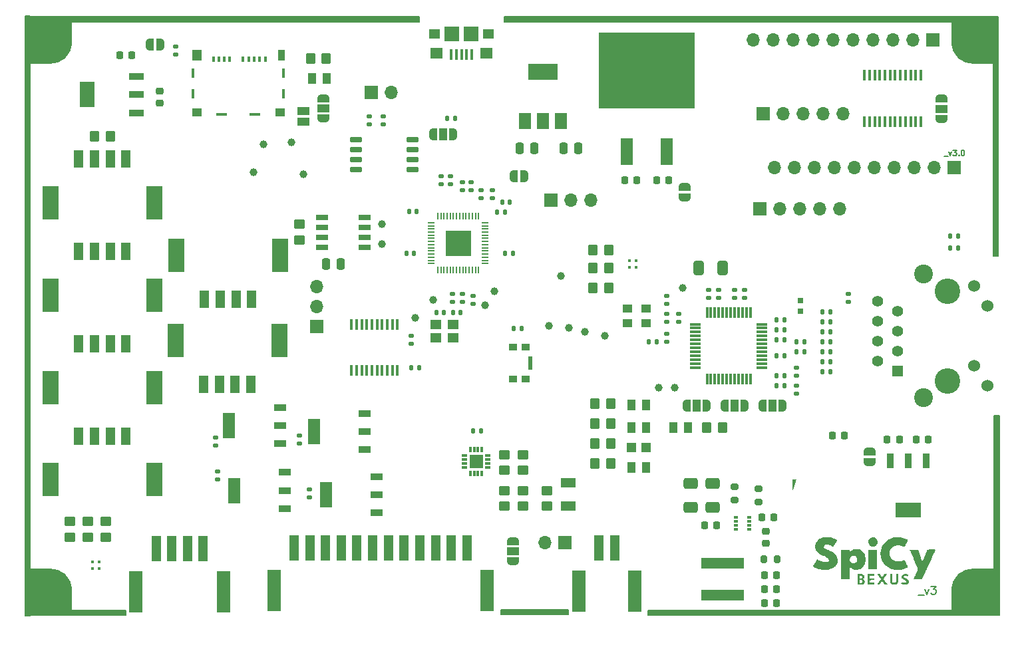
<source format=gbr>
%TF.GenerationSoftware,KiCad,Pcbnew,8.0.0*%
%TF.CreationDate,2024-03-13T17:22:47+01:00*%
%TF.ProjectId,BalloonMotherboardV3,42616c6c-6f6f-46e4-9d6f-74686572626f,rev?*%
%TF.SameCoordinates,Original*%
%TF.FileFunction,Soldermask,Top*%
%TF.FilePolarity,Negative*%
%FSLAX46Y46*%
G04 Gerber Fmt 4.6, Leading zero omitted, Abs format (unit mm)*
G04 Created by KiCad (PCBNEW 8.0.0) date 2024-03-13 17:22:47*
%MOMM*%
%LPD*%
G01*
G04 APERTURE LIST*
G04 Aperture macros list*
%AMRoundRect*
0 Rectangle with rounded corners*
0 $1 Rounding radius*
0 $2 $3 $4 $5 $6 $7 $8 $9 X,Y pos of 4 corners*
0 Add a 4 corners polygon primitive as box body*
4,1,4,$2,$3,$4,$5,$6,$7,$8,$9,$2,$3,0*
0 Add four circle primitives for the rounded corners*
1,1,$1+$1,$2,$3*
1,1,$1+$1,$4,$5*
1,1,$1+$1,$6,$7*
1,1,$1+$1,$8,$9*
0 Add four rect primitives between the rounded corners*
20,1,$1+$1,$2,$3,$4,$5,0*
20,1,$1+$1,$4,$5,$6,$7,0*
20,1,$1+$1,$6,$7,$8,$9,0*
20,1,$1+$1,$8,$9,$2,$3,0*%
%AMFreePoly0*
4,1,19,0.550000,-0.750000,0.000000,-0.750000,0.000000,-0.744911,-0.071157,-0.744911,-0.207708,-0.704816,-0.327430,-0.627875,-0.420627,-0.520320,-0.479746,-0.390866,-0.500000,-0.250000,-0.500000,0.250000,-0.479746,0.390866,-0.420627,0.520320,-0.327430,0.627875,-0.207708,0.704816,-0.071157,0.744911,0.000000,0.744911,0.000000,0.750000,0.550000,0.750000,0.550000,-0.750000,0.550000,-0.750000,
$1*%
%AMFreePoly1*
4,1,19,0.000000,0.744911,0.071157,0.744911,0.207708,0.704816,0.327430,0.627875,0.420627,0.520320,0.479746,0.390866,0.500000,0.250000,0.500000,-0.250000,0.479746,-0.390866,0.420627,-0.520320,0.327430,-0.627875,0.207708,-0.704816,0.071157,-0.744911,0.000000,-0.744911,0.000000,-0.750000,-0.550000,-0.750000,-0.550000,0.750000,0.000000,0.750000,0.000000,0.744911,0.000000,0.744911,
$1*%
%AMFreePoly2*
4,1,19,0.500000,-0.750000,0.000000,-0.750000,0.000000,-0.744911,-0.071157,-0.744911,-0.207708,-0.704816,-0.327430,-0.627875,-0.420627,-0.520320,-0.479746,-0.390866,-0.500000,-0.250000,-0.500000,0.250000,-0.479746,0.390866,-0.420627,0.520320,-0.327430,0.627875,-0.207708,0.704816,-0.071157,0.744911,0.000000,0.744911,0.000000,0.750000,0.500000,0.750000,0.500000,-0.750000,0.500000,-0.750000,
$1*%
%AMFreePoly3*
4,1,19,0.000000,0.744911,0.071157,0.744911,0.207708,0.704816,0.327430,0.627875,0.420627,0.520320,0.479746,0.390866,0.500000,0.250000,0.500000,-0.250000,0.479746,-0.390866,0.420627,-0.520320,0.327430,-0.627875,0.207708,-0.704816,0.071157,-0.744911,0.000000,-0.744911,0.000000,-0.750000,-0.500000,-0.750000,-0.500000,0.750000,0.000000,0.750000,0.000000,0.744911,0.000000,0.744911,
$1*%
G04 Aperture macros list end*
%ADD10C,0.150000*%
%ADD11C,0.000000*%
%ADD12RoundRect,0.140000X-0.170000X0.140000X-0.170000X-0.140000X0.170000X-0.140000X0.170000X0.140000X0*%
%ADD13R,1.500000X2.000000*%
%ADD14R,3.800000X2.000000*%
%ADD15RoundRect,0.225000X-0.250000X0.225000X-0.250000X-0.225000X0.250000X-0.225000X0.250000X0.225000X0*%
%ADD16FreePoly0,0.000000*%
%ADD17R,1.000000X1.500000*%
%ADD18FreePoly1,0.000000*%
%ADD19RoundRect,0.140000X-0.140000X-0.170000X0.140000X-0.170000X0.140000X0.170000X-0.140000X0.170000X0*%
%ADD20RoundRect,0.140000X0.140000X0.170000X-0.140000X0.170000X-0.140000X-0.170000X0.140000X-0.170000X0*%
%ADD21C,3.600000*%
%ADD22C,5.600000*%
%ADD23R,1.200000X3.200000*%
%ADD24R,1.700000X5.300000*%
%ADD25RoundRect,0.135000X0.135000X0.185000X-0.135000X0.185000X-0.135000X-0.185000X0.135000X-0.185000X0*%
%ADD26R,1.700000X1.700000*%
%ADD27O,1.700000X1.700000*%
%ADD28RoundRect,0.225000X-0.225000X-0.250000X0.225000X-0.250000X0.225000X0.250000X-0.225000X0.250000X0*%
%ADD29RoundRect,0.250000X-0.450000X0.350000X-0.450000X-0.350000X0.450000X-0.350000X0.450000X0.350000X0*%
%ADD30RoundRect,0.225000X0.225000X0.250000X-0.225000X0.250000X-0.225000X-0.250000X0.225000X-0.250000X0*%
%ADD31RoundRect,0.250000X-0.412500X-0.650000X0.412500X-0.650000X0.412500X0.650000X-0.412500X0.650000X0*%
%ADD32R,0.900000X1.850000*%
%ADD33R,3.200000X1.850000*%
%ADD34RoundRect,0.250000X0.350000X0.450000X-0.350000X0.450000X-0.350000X-0.450000X0.350000X-0.450000X0*%
%ADD35R,1.200000X2.200000*%
%ADD36R,2.000000X4.200000*%
%ADD37R,1.400000X1.200000*%
%ADD38R,1.600000X3.500000*%
%ADD39R,12.200000X9.750000*%
%ADD40RoundRect,0.250000X0.250000X0.475000X-0.250000X0.475000X-0.250000X-0.475000X0.250000X-0.475000X0*%
%ADD41C,1.000000*%
%ADD42RoundRect,0.200000X-0.275000X0.200000X-0.275000X-0.200000X0.275000X-0.200000X0.275000X0.200000X0*%
%ADD43RoundRect,0.140000X0.170000X-0.140000X0.170000X0.140000X-0.170000X0.140000X-0.170000X-0.140000X0*%
%ADD44RoundRect,0.250000X-0.350000X-0.450000X0.350000X-0.450000X0.350000X0.450000X-0.350000X0.450000X0*%
%ADD45FreePoly2,270.000000*%
%ADD46FreePoly3,270.000000*%
%ADD47FreePoly0,270.000000*%
%ADD48R,1.500000X1.000000*%
%ADD49FreePoly1,270.000000*%
%ADD50FreePoly0,180.000000*%
%ADD51FreePoly1,180.000000*%
%ADD52R,0.850000X0.200000*%
%ADD53R,0.200000X0.850000*%
%ADD54R,3.200000X3.200000*%
%ADD55RoundRect,0.250000X-0.250000X-0.475000X0.250000X-0.475000X0.250000X0.475000X-0.250000X0.475000X0*%
%ADD56R,0.400000X0.400000*%
%ADD57RoundRect,0.135000X0.185000X-0.135000X0.185000X0.135000X-0.185000X0.135000X-0.185000X-0.135000X0*%
%ADD58R,0.450000X1.475000*%
%ADD59RoundRect,0.250000X0.450000X-0.350000X0.450000X0.350000X-0.450000X0.350000X-0.450000X-0.350000X0*%
%ADD60C,3.250000*%
%ADD61R,1.400000X1.400000*%
%ADD62C,1.400000*%
%ADD63C,1.530000*%
%ADD64C,2.400000*%
%ADD65R,0.450000X0.700000*%
%ADD66R,1.300000X1.400000*%
%ADD67R,0.950000X1.400000*%
%ADD68R,0.400000X1.200000*%
%ADD69R,1.300000X1.000000*%
%ADD70R,1.400000X0.400000*%
%ADD71R,0.700000X0.650000*%
%ADD72RoundRect,0.135000X-0.185000X0.135000X-0.185000X-0.135000X0.185000X-0.135000X0.185000X0.135000X0*%
%ADD73RoundRect,0.135000X-0.135000X-0.185000X0.135000X-0.185000X0.135000X0.185000X-0.135000X0.185000X0*%
%ADD74RoundRect,0.200000X0.200000X0.275000X-0.200000X0.275000X-0.200000X-0.275000X0.200000X-0.275000X0*%
%ADD75RoundRect,0.200000X0.275000X-0.200000X0.275000X0.200000X-0.275000X0.200000X-0.275000X-0.200000X0*%
%ADD76R,1.000000X0.900000*%
%ADD77R,0.550000X1.700000*%
%ADD78R,1.850000X1.200000*%
%ADD79R,1.850000X0.900000*%
%ADD80R,1.850000X3.200000*%
%ADD81R,1.525000X0.650000*%
%ADD82R,1.000000X1.450000*%
%ADD83RoundRect,0.250000X-0.650000X0.412500X-0.650000X-0.412500X0.650000X-0.412500X0.650000X0.412500X0*%
%ADD84R,0.475000X0.300000*%
%ADD85FreePoly2,180.000000*%
%ADD86FreePoly3,180.000000*%
%ADD87R,1.500000X0.900000*%
%ADD88R,1.500000X3.200000*%
%ADD89R,1.475000X0.300000*%
%ADD90R,0.300000X1.475000*%
%ADD91R,0.400000X1.350000*%
%ADD92R,1.450000X1.300000*%
%ADD93R,1.600000X1.400000*%
%ADD94R,1.900000X1.900000*%
%ADD95R,5.500000X1.450000*%
%ADD96R,0.300000X0.800000*%
%ADD97R,0.800000X0.300000*%
%ADD98R,1.800000X1.800000*%
%ADD99R,1.300000X1.150000*%
%ADD100FreePoly2,0.000000*%
%ADD101FreePoly3,0.000000*%
%ADD102R,1.300000X1.100000*%
%ADD103RoundRect,0.150000X-0.650000X-0.150000X0.650000X-0.150000X0.650000X0.150000X-0.650000X0.150000X0*%
%ADD104FreePoly2,90.000000*%
%ADD105FreePoly3,90.000000*%
G04 APERTURE END LIST*
D10*
X46355000Y-99060000D02*
X96520000Y-99060000D01*
X96520000Y-99695000D01*
X46355000Y-99695000D01*
X46355000Y-99060000D01*
G36*
X46355000Y-99060000D02*
G01*
X96520000Y-99060000D01*
X96520000Y-99695000D01*
X46355000Y-99695000D01*
X46355000Y-99060000D01*
G37*
X125603000Y-174625000D02*
X170180000Y-174625000D01*
X170180000Y-175260000D01*
X125603000Y-175260000D01*
X125603000Y-174625000D01*
G36*
X125603000Y-174625000D02*
G01*
X170180000Y-174625000D01*
X170180000Y-175260000D01*
X125603000Y-175260000D01*
X125603000Y-174625000D01*
G37*
X107315000Y-99060000D02*
X170180000Y-99060000D01*
X170180000Y-99695000D01*
X107315000Y-99695000D01*
X107315000Y-99060000D01*
G36*
X107315000Y-99060000D02*
G01*
X170180000Y-99060000D01*
X170180000Y-99695000D01*
X107315000Y-99695000D01*
X107315000Y-99060000D01*
G37*
G36*
X46990000Y-99568000D02*
G01*
X52324000Y-99568000D01*
X52324000Y-102108000D01*
X46990000Y-102108000D01*
X46990000Y-99568000D01*
G37*
X106934000Y-174561500D02*
X115443000Y-174561500D01*
X115443000Y-175196500D01*
X106934000Y-175196500D01*
X106934000Y-174561500D01*
G36*
X106934000Y-174561500D02*
G01*
X115443000Y-174561500D01*
X115443000Y-175196500D01*
X106934000Y-175196500D01*
X106934000Y-174561500D01*
G37*
G36*
X46990000Y-103505000D02*
G01*
X49657000Y-103505000D01*
X49657000Y-105029000D01*
X46990000Y-105029000D01*
X46990000Y-103505000D01*
G37*
X46355000Y-98996500D02*
X46990000Y-98996500D01*
X46990000Y-175323500D01*
X46355000Y-175323500D01*
X46355000Y-98996500D01*
G36*
X46355000Y-98996500D02*
G01*
X46990000Y-98996500D01*
X46990000Y-175323500D01*
X46355000Y-175323500D01*
X46355000Y-98996500D01*
G37*
X169672000Y-149860000D02*
X170307000Y-149860000D01*
X170307000Y-175260000D01*
X169672000Y-175260000D01*
X169672000Y-149860000D01*
G36*
X169672000Y-149860000D02*
G01*
X170307000Y-149860000D01*
X170307000Y-175260000D01*
X169672000Y-175260000D01*
X169672000Y-149860000D01*
G37*
G36*
X166878000Y-169291000D02*
G01*
X169545000Y-169291000D01*
X169545000Y-170815000D01*
X166878000Y-170815000D01*
X166878000Y-169291000D01*
G37*
G36*
X164211000Y-99695000D02*
G01*
X165735000Y-99695000D01*
X165735000Y-102362000D01*
X164211000Y-102362000D01*
X164211000Y-99695000D01*
G37*
G36*
X46863000Y-169291000D02*
G01*
X49403000Y-169291000D01*
X49403000Y-174625000D01*
X46863000Y-174625000D01*
X46863000Y-169291000D01*
G37*
X46355000Y-174625000D02*
X59182000Y-174625000D01*
X59182000Y-175260000D01*
X46355000Y-175260000D01*
X46355000Y-174625000D01*
G36*
X46355000Y-174625000D02*
G01*
X59182000Y-174625000D01*
X59182000Y-175260000D01*
X46355000Y-175260000D01*
X46355000Y-174625000D01*
G37*
G36*
X167132000Y-99695000D02*
G01*
X169672000Y-99695000D01*
X169672000Y-105029000D01*
X167132000Y-105029000D01*
X167132000Y-99695000D01*
G37*
X169545000Y-99060000D02*
X170180000Y-99060000D01*
X170180000Y-129540000D01*
X169545000Y-129540000D01*
X169545000Y-99060000D01*
G36*
X169545000Y-99060000D02*
G01*
X170180000Y-99060000D01*
X170180000Y-129540000D01*
X169545000Y-129540000D01*
X169545000Y-99060000D01*
G37*
G36*
X50800000Y-171958000D02*
G01*
X52324000Y-171958000D01*
X52324000Y-174625000D01*
X50800000Y-174625000D01*
X50800000Y-171958000D01*
G37*
G36*
X164211000Y-172212000D02*
G01*
X169545000Y-172212000D01*
X169545000Y-174752000D01*
X164211000Y-174752000D01*
X164211000Y-172212000D01*
G37*
X159991684Y-172685057D02*
X160753588Y-172685057D01*
X160896446Y-171923152D02*
X161134541Y-172589819D01*
X161134541Y-172589819D02*
X161372636Y-171923152D01*
X161658351Y-171589819D02*
X162277398Y-171589819D01*
X162277398Y-171589819D02*
X161944065Y-171970771D01*
X161944065Y-171970771D02*
X162086922Y-171970771D01*
X162086922Y-171970771D02*
X162182160Y-172018390D01*
X162182160Y-172018390D02*
X162229779Y-172066009D01*
X162229779Y-172066009D02*
X162277398Y-172161247D01*
X162277398Y-172161247D02*
X162277398Y-172399342D01*
X162277398Y-172399342D02*
X162229779Y-172494580D01*
X162229779Y-172494580D02*
X162182160Y-172542200D01*
X162182160Y-172542200D02*
X162086922Y-172589819D01*
X162086922Y-172589819D02*
X161801208Y-172589819D01*
X161801208Y-172589819D02*
X161705970Y-172542200D01*
X161705970Y-172542200D02*
X161658351Y-172494580D01*
X163293684Y-116813200D02*
X163827017Y-116813200D01*
X163927017Y-116279866D02*
X164093683Y-116746533D01*
X164093683Y-116746533D02*
X164260350Y-116279866D01*
X164460350Y-116046533D02*
X164893683Y-116046533D01*
X164893683Y-116046533D02*
X164660350Y-116313200D01*
X164660350Y-116313200D02*
X164760350Y-116313200D01*
X164760350Y-116313200D02*
X164827016Y-116346533D01*
X164827016Y-116346533D02*
X164860350Y-116379866D01*
X164860350Y-116379866D02*
X164893683Y-116446533D01*
X164893683Y-116446533D02*
X164893683Y-116613200D01*
X164893683Y-116613200D02*
X164860350Y-116679866D01*
X164860350Y-116679866D02*
X164827016Y-116713200D01*
X164827016Y-116713200D02*
X164760350Y-116746533D01*
X164760350Y-116746533D02*
X164560350Y-116746533D01*
X164560350Y-116746533D02*
X164493683Y-116713200D01*
X164493683Y-116713200D02*
X164460350Y-116679866D01*
X165193683Y-116679866D02*
X165227017Y-116713200D01*
X165227017Y-116713200D02*
X165193683Y-116746533D01*
X165193683Y-116746533D02*
X165160350Y-116713200D01*
X165160350Y-116713200D02*
X165193683Y-116679866D01*
X165193683Y-116679866D02*
X165193683Y-116746533D01*
X165660350Y-116046533D02*
X165727016Y-116046533D01*
X165727016Y-116046533D02*
X165793683Y-116079866D01*
X165793683Y-116079866D02*
X165827016Y-116113200D01*
X165827016Y-116113200D02*
X165860350Y-116179866D01*
X165860350Y-116179866D02*
X165893683Y-116313200D01*
X165893683Y-116313200D02*
X165893683Y-116479866D01*
X165893683Y-116479866D02*
X165860350Y-116613200D01*
X165860350Y-116613200D02*
X165827016Y-116679866D01*
X165827016Y-116679866D02*
X165793683Y-116713200D01*
X165793683Y-116713200D02*
X165727016Y-116746533D01*
X165727016Y-116746533D02*
X165660350Y-116746533D01*
X165660350Y-116746533D02*
X165593683Y-116713200D01*
X165593683Y-116713200D02*
X165560350Y-116679866D01*
X165560350Y-116679866D02*
X165527016Y-116613200D01*
X165527016Y-116613200D02*
X165493683Y-116479866D01*
X165493683Y-116479866D02*
X165493683Y-116313200D01*
X165493683Y-116313200D02*
X165527016Y-116179866D01*
X165527016Y-116179866D02*
X165560350Y-116113200D01*
X165560350Y-116113200D02*
X165593683Y-116079866D01*
X165593683Y-116079866D02*
X165660350Y-116046533D01*
D11*
%TO.C,G\u002A\u002A\u002A*%
G36*
X145552617Y-177022074D02*
G01*
X145542408Y-177032283D01*
X145532199Y-177022074D01*
X145542408Y-177011865D01*
X145552617Y-177022074D01*
G37*
G36*
X145634289Y-177185418D02*
G01*
X145624080Y-177195627D01*
X145613871Y-177185418D01*
X145624080Y-177175209D01*
X145634289Y-177185418D01*
G37*
G36*
X145634289Y-177348762D02*
G01*
X145624080Y-177358971D01*
X145613871Y-177348762D01*
X145624080Y-177338553D01*
X145634289Y-177348762D01*
G37*
G36*
X145749991Y-177345359D02*
G01*
X145747188Y-177357497D01*
X145736379Y-177358971D01*
X145719573Y-177351500D01*
X145722767Y-177345359D01*
X145746998Y-177342915D01*
X145749991Y-177345359D01*
G37*
G36*
X154781556Y-168170868D02*
G01*
X154781556Y-169416366D01*
X154240479Y-169416366D01*
X153699402Y-169416366D01*
X153699402Y-168170868D01*
X153699402Y-166925369D01*
X154240479Y-166925369D01*
X154781556Y-166925369D01*
X154781556Y-168170868D01*
G37*
G36*
X144356533Y-157983722D02*
G01*
X144429469Y-157987625D01*
X144476852Y-157993369D01*
X144490881Y-157999262D01*
X144484761Y-158027494D01*
X144467612Y-158088793D01*
X144441252Y-158177462D01*
X144407500Y-158287805D01*
X144368171Y-158414126D01*
X144325085Y-158550729D01*
X144280059Y-158691917D01*
X144234910Y-158831994D01*
X144191456Y-158965264D01*
X144151514Y-159086031D01*
X144116903Y-159188598D01*
X144089440Y-159267269D01*
X144070942Y-159316348D01*
X144069547Y-159319662D01*
X144062435Y-159330995D01*
X144056675Y-159326238D01*
X144052126Y-159302076D01*
X144048647Y-159255194D01*
X144046099Y-159182277D01*
X144044341Y-159080009D01*
X144043231Y-158945077D01*
X144042629Y-158774165D01*
X144042484Y-158681599D01*
X144041685Y-157982283D01*
X144266283Y-157982283D01*
X144356533Y-157983722D01*
G37*
G36*
X154457637Y-165389932D02*
G01*
X154592487Y-165457387D01*
X154707138Y-165559532D01*
X154799536Y-165694944D01*
X154804522Y-165704473D01*
X154842158Y-165816261D01*
X154853681Y-165944500D01*
X154839441Y-166074540D01*
X154799784Y-166191727D01*
X154792635Y-166205520D01*
X154697535Y-166340061D01*
X154575557Y-166444003D01*
X154519575Y-166476762D01*
X154441099Y-166504515D01*
X154339259Y-166522800D01*
X154230787Y-166529878D01*
X154132418Y-166524010D01*
X154107762Y-166519550D01*
X154006145Y-166486054D01*
X153915138Y-166429204D01*
X153823182Y-166341643D01*
X153816235Y-166333977D01*
X153726029Y-166205962D01*
X153674277Y-166068161D01*
X153661137Y-165924972D01*
X153686770Y-165780795D01*
X153751337Y-165640030D01*
X153788960Y-165584511D01*
X153894634Y-165474229D01*
X154019698Y-165399731D01*
X154162910Y-165361561D01*
X154304645Y-165358588D01*
X154457637Y-165389932D01*
G37*
G36*
X154414032Y-170140613D02*
G01*
X154414032Y-170252319D01*
X154143493Y-170258016D01*
X153872955Y-170263713D01*
X153866991Y-170421953D01*
X153861028Y-170580192D01*
X154137530Y-170580192D01*
X154414032Y-170580192D01*
X154414032Y-170691899D01*
X154414032Y-170803605D01*
X154143493Y-170809302D01*
X153872955Y-170815000D01*
X153866991Y-170973239D01*
X153861028Y-171131479D01*
X154137530Y-171131479D01*
X154414032Y-171131479D01*
X154414032Y-171243778D01*
X154414032Y-171356077D01*
X154006877Y-171356077D01*
X153873703Y-171355135D01*
X153759819Y-171352477D01*
X153670608Y-171348350D01*
X153611454Y-171343005D01*
X153587740Y-171336690D01*
X153587735Y-171336682D01*
X153584887Y-171312189D01*
X153582469Y-171251925D01*
X153580551Y-171160953D01*
X153579200Y-171044339D01*
X153578486Y-170907144D01*
X153578476Y-170754434D01*
X153578760Y-170673096D01*
X153581772Y-170028906D01*
X153997902Y-170028906D01*
X154414032Y-170028906D01*
X154414032Y-170140613D01*
G37*
G36*
X156700059Y-170488478D02*
G01*
X156701825Y-170667789D01*
X156705600Y-170807918D01*
X156711470Y-170910473D01*
X156719517Y-170977063D01*
X156726878Y-171004033D01*
X156764357Y-171067879D01*
X156813639Y-171106872D01*
X156884467Y-171126128D01*
X156968223Y-171130799D01*
X157040399Y-171127942D01*
X157098154Y-171115890D01*
X157143068Y-171090632D01*
X157176722Y-171048155D01*
X157200697Y-170984448D01*
X157216573Y-170895499D01*
X157225931Y-170777297D01*
X157230350Y-170625830D01*
X157231409Y-170462789D01*
X157231717Y-170028906D01*
X157365770Y-170028906D01*
X157499822Y-170028906D01*
X157491978Y-170513834D01*
X157487796Y-170699630D01*
X157481863Y-170851730D01*
X157474295Y-170968190D01*
X157465207Y-171047067D01*
X157458416Y-171077645D01*
X157425918Y-171141040D01*
X157372457Y-171210372D01*
X157308442Y-171275029D01*
X157244284Y-171324398D01*
X157193999Y-171347211D01*
X157138752Y-171363145D01*
X157104381Y-171377728D01*
X157051460Y-171391530D01*
X156973415Y-171394805D01*
X156884395Y-171388219D01*
X156798549Y-171372439D01*
X156762103Y-171361612D01*
X156705884Y-171340208D01*
X156667867Y-171322426D01*
X156660013Y-171316812D01*
X156636847Y-171297522D01*
X156598758Y-171271428D01*
X156562163Y-171235691D01*
X156520031Y-171176838D01*
X156490131Y-171124104D01*
X156475222Y-171094281D01*
X156463006Y-171067081D01*
X156453238Y-171038315D01*
X156445676Y-171003796D01*
X156440077Y-170959336D01*
X156436199Y-170900749D01*
X156433798Y-170823847D01*
X156432631Y-170724442D01*
X156432457Y-170598347D01*
X156433031Y-170441374D01*
X156434111Y-170249336D01*
X156434601Y-170166728D01*
X156435414Y-170028906D01*
X156566828Y-170028906D01*
X156698242Y-170028906D01*
X156700059Y-170488478D01*
G37*
G36*
X158533708Y-170029732D02*
G01*
X158634465Y-170052572D01*
X158676291Y-170068124D01*
X158734028Y-170094512D01*
X158772945Y-170113852D01*
X158783485Y-170120730D01*
X158773578Y-170145761D01*
X158749068Y-170189862D01*
X158717770Y-170240577D01*
X158687498Y-170285453D01*
X158666069Y-170312037D01*
X158661725Y-170314758D01*
X158633907Y-170307494D01*
X158585339Y-170289497D01*
X158572245Y-170284131D01*
X158506088Y-170265493D01*
X158425857Y-170254636D01*
X158395271Y-170253504D01*
X158323367Y-170258307D01*
X158274642Y-170276387D01*
X158241480Y-170303621D01*
X158207566Y-170343391D01*
X158191552Y-170373694D01*
X158191363Y-170375803D01*
X158207564Y-170422701D01*
X158248320Y-170474500D01*
X158301860Y-170517444D01*
X158321472Y-170527851D01*
X158374838Y-170551794D01*
X158447694Y-170584252D01*
X158507842Y-170610925D01*
X158644455Y-170686260D01*
X158742511Y-170774495D01*
X158802321Y-170876017D01*
X158824200Y-170991210D01*
X158824321Y-171001058D01*
X158816251Y-171063470D01*
X158795413Y-171133292D01*
X158766866Y-171199180D01*
X158735668Y-171249793D01*
X158706879Y-171273788D01*
X158702411Y-171274405D01*
X158674389Y-171287352D01*
X158655426Y-171303291D01*
X158608554Y-171332129D01*
X158534199Y-171358956D01*
X158445688Y-171380309D01*
X158356348Y-171392722D01*
X158305061Y-171394379D01*
X158218633Y-171386818D01*
X158126795Y-171370936D01*
X158099482Y-171364300D01*
X158020521Y-171339721D01*
X157946225Y-171311027D01*
X157886296Y-171282600D01*
X157850439Y-171258818D01*
X157844491Y-171249189D01*
X157854296Y-171224936D01*
X157879901Y-171177736D01*
X157906424Y-171133148D01*
X157968591Y-171032113D01*
X158074873Y-171081597D01*
X158170156Y-171114703D01*
X158271715Y-171131590D01*
X158368201Y-171132035D01*
X158448265Y-171115814D01*
X158493783Y-171089847D01*
X158530796Y-171032372D01*
X158531977Y-170968223D01*
X158500261Y-170903554D01*
X158438584Y-170844523D01*
X158355260Y-170799410D01*
X158204750Y-170731602D01*
X158091422Y-170663966D01*
X158035599Y-170618764D01*
X157985314Y-170558014D01*
X157941581Y-170481706D01*
X157912614Y-170406117D01*
X157905511Y-170360954D01*
X157924038Y-170277160D01*
X157975147Y-170191138D01*
X158052133Y-170111797D01*
X158136313Y-170054384D01*
X158209292Y-170030169D01*
X158308359Y-170018205D01*
X158420752Y-170018168D01*
X158533708Y-170029732D01*
G37*
G36*
X152632561Y-170033089D02*
G01*
X152759371Y-170037331D01*
X152852688Y-170042452D01*
X152919850Y-170049385D01*
X152968201Y-170059065D01*
X153005081Y-170072425D01*
X153025607Y-170083081D01*
X153088706Y-170134976D01*
X153143156Y-170207115D01*
X153179311Y-170284502D01*
X153188616Y-170336446D01*
X153173391Y-170414605D01*
X153133214Y-170497865D01*
X153077678Y-170569550D01*
X153034684Y-170603984D01*
X152990412Y-170631921D01*
X152966011Y-170650846D01*
X152964353Y-170653568D01*
X152981122Y-170666037D01*
X153024052Y-170689147D01*
X153058774Y-170706038D01*
X153141770Y-170765199D01*
X153197191Y-170846267D01*
X153225194Y-170941178D01*
X153225941Y-171041867D01*
X153199590Y-171140269D01*
X153146301Y-171228321D01*
X153066233Y-171297957D01*
X153046842Y-171309059D01*
X153010793Y-171326648D01*
X152974684Y-171339221D01*
X152930987Y-171347612D01*
X152872171Y-171352653D01*
X152790707Y-171355180D01*
X152679066Y-171356023D01*
X152622060Y-171356077D01*
X152497358Y-171355702D01*
X152408099Y-171354218D01*
X152348892Y-171351086D01*
X152314347Y-171345770D01*
X152299076Y-171337730D01*
X152297689Y-171326429D01*
X152298584Y-171323780D01*
X152301655Y-171295957D01*
X152304449Y-171232544D01*
X152306868Y-171138786D01*
X152308815Y-171019929D01*
X152309012Y-171000070D01*
X152575650Y-171000070D01*
X152576746Y-171072282D01*
X152581285Y-171128759D01*
X152589560Y-171158197D01*
X152590023Y-171158703D01*
X152623084Y-171169238D01*
X152681178Y-171169952D01*
X152749943Y-171161777D01*
X152815018Y-171145647D01*
X152820519Y-171143723D01*
X152893397Y-171099801D01*
X152936889Y-171035964D01*
X152946386Y-170960882D01*
X152937605Y-170923646D01*
X152913523Y-170869150D01*
X152888251Y-170829445D01*
X152886916Y-170827985D01*
X152854224Y-170811911D01*
X152795383Y-170796424D01*
X152725035Y-170783973D01*
X152657826Y-170777006D01*
X152608398Y-170777973D01*
X152599837Y-170779967D01*
X152590090Y-170802072D01*
X152582615Y-170853660D01*
X152577703Y-170923428D01*
X152575650Y-171000070D01*
X152309012Y-171000070D01*
X152310192Y-170881219D01*
X152310902Y-170727900D01*
X152310977Y-170657755D01*
X152310977Y-170347362D01*
X152571544Y-170347362D01*
X152572920Y-170425245D01*
X152579637Y-170580192D01*
X152691251Y-170580192D01*
X152764065Y-170576392D01*
X152812297Y-170561723D01*
X152851768Y-170531284D01*
X152852982Y-170530076D01*
X152891501Y-170468379D01*
X152904509Y-170395447D01*
X152891428Y-170326271D01*
X152862470Y-170284319D01*
X152817745Y-170260483D01*
X152752540Y-170243439D01*
X152682253Y-170235188D01*
X152622285Y-170237735D01*
X152591830Y-170249104D01*
X152577309Y-170281009D01*
X152571544Y-170347362D01*
X152310977Y-170347362D01*
X152310977Y-170024027D01*
X152632561Y-170033089D01*
G37*
G36*
X152360541Y-166859976D02*
G01*
X152553807Y-166909495D01*
X152727395Y-166993278D01*
X152884012Y-167112348D01*
X152903162Y-167130371D01*
X153027795Y-167267711D01*
X153127077Y-167418322D01*
X153207980Y-167593466D01*
X153233965Y-167664740D01*
X153259436Y-167741168D01*
X153277275Y-167804247D01*
X153288864Y-167864353D01*
X153295587Y-167931860D01*
X153298826Y-168017145D01*
X153299965Y-168130583D01*
X153300072Y-168160659D01*
X153298319Y-168314028D01*
X153290553Y-168437649D01*
X153274579Y-168542431D01*
X153248206Y-168639282D01*
X153209237Y-168739111D01*
X153164575Y-168834453D01*
X153049068Y-169027135D01*
X152907183Y-169188742D01*
X152738420Y-169319788D01*
X152637892Y-169377036D01*
X152481103Y-169443096D01*
X152319107Y-169481945D01*
X152137917Y-169496744D01*
X152106797Y-169497090D01*
X151915406Y-169483634D01*
X151747146Y-169440079D01*
X151594614Y-169363446D01*
X151450408Y-169250753D01*
X151417924Y-169219701D01*
X151290547Y-169093929D01*
X151285207Y-169893210D01*
X151279868Y-170692492D01*
X150745308Y-170697932D01*
X150601911Y-170698816D01*
X150472496Y-170698510D01*
X150362503Y-170697118D01*
X150277370Y-170694741D01*
X150222535Y-170691483D01*
X150203483Y-170687723D01*
X150198884Y-170657741D01*
X150198241Y-170610819D01*
X150198584Y-170581639D01*
X150198994Y-170514656D01*
X150199462Y-170412905D01*
X150199979Y-170279420D01*
X150200534Y-170117234D01*
X150201118Y-169929381D01*
X150201722Y-169718896D01*
X150202337Y-169488812D01*
X150202953Y-169242163D01*
X150203560Y-168981983D01*
X150204093Y-168737467D01*
X150205398Y-168119798D01*
X151299658Y-168119798D01*
X151301117Y-168224427D01*
X151316429Y-168325066D01*
X151345370Y-168407662D01*
X151346384Y-168409596D01*
X151423229Y-168513033D01*
X151526254Y-168590736D01*
X151647604Y-168639538D01*
X151779424Y-168656270D01*
X151912826Y-168638051D01*
X152035213Y-168584033D01*
X152134283Y-168497633D01*
X152207412Y-168381672D01*
X152241805Y-168284254D01*
X152257953Y-168211801D01*
X152260256Y-168155681D01*
X152248456Y-168093720D01*
X152239187Y-168060465D01*
X152182572Y-167922604D01*
X152102458Y-167818123D01*
X151998599Y-167746832D01*
X151870746Y-167708541D01*
X151771955Y-167701254D01*
X151639633Y-167714861D01*
X151528257Y-167758120D01*
X151431591Y-167834683D01*
X151343398Y-167948204D01*
X151339185Y-167954780D01*
X151312273Y-168025231D01*
X151299658Y-168119798D01*
X150205398Y-168119798D01*
X150207922Y-166925369D01*
X150749000Y-166925369D01*
X151290077Y-166925369D01*
X151290077Y-167070188D01*
X151290077Y-167215006D01*
X151397271Y-167118557D01*
X151520662Y-167025894D01*
X151675186Y-166943268D01*
X151769900Y-166903079D01*
X151848323Y-166880003D01*
X151950442Y-166860624D01*
X152059130Y-166847656D01*
X152144888Y-166843697D01*
X152360541Y-166859976D01*
G37*
G36*
X157540348Y-165320503D02*
G01*
X157555171Y-165321502D01*
X157838016Y-165353358D01*
X158092417Y-165406245D01*
X158326040Y-165482130D01*
X158518051Y-165568231D01*
X158585848Y-165601599D01*
X158637753Y-165628167D01*
X158673668Y-165653091D01*
X158693497Y-165681530D01*
X158697143Y-165718641D01*
X158684508Y-165769581D01*
X158655496Y-165839508D01*
X158610009Y-165933579D01*
X158547951Y-166056952D01*
X158507336Y-166137931D01*
X158437130Y-166277870D01*
X158382192Y-166385087D01*
X158340057Y-166463643D01*
X158308255Y-166517598D01*
X158284319Y-166551012D01*
X158265780Y-166567947D01*
X158250173Y-166572464D01*
X158243768Y-166571603D01*
X158205228Y-166559475D01*
X158141361Y-166536399D01*
X158064627Y-166506911D01*
X158048437Y-166500485D01*
X157934088Y-166456026D01*
X157843742Y-166425366D01*
X157764282Y-166406037D01*
X157682590Y-166395568D01*
X157585551Y-166391490D01*
X157468507Y-166391275D01*
X157348986Y-166393141D01*
X157259343Y-166397910D01*
X157188649Y-166406931D01*
X157125974Y-166421556D01*
X157066469Y-166440955D01*
X156871676Y-166528020D01*
X156710356Y-166638396D01*
X156582381Y-166772193D01*
X156490855Y-166922604D01*
X156415438Y-167124132D01*
X156380296Y-167326658D01*
X156384968Y-167534014D01*
X156403446Y-167647267D01*
X156457693Y-167829316D01*
X156541120Y-167987349D01*
X156658367Y-168129989D01*
X156668816Y-168140468D01*
X156807771Y-168257721D01*
X156958732Y-168343699D01*
X157127494Y-168400533D01*
X157319855Y-168430355D01*
X157472971Y-168436302D01*
X157690291Y-168422461D01*
X157896811Y-168382421D01*
X158083204Y-168318406D01*
X158187558Y-168265921D01*
X158244547Y-168241308D01*
X158275486Y-168246824D01*
X158292836Y-168273262D01*
X158324051Y-168329550D01*
X158365933Y-168409201D01*
X158415287Y-168505729D01*
X158468916Y-168612650D01*
X158523624Y-168723477D01*
X158576213Y-168831725D01*
X158623487Y-168930908D01*
X158662249Y-169014541D01*
X158689303Y-169076138D01*
X158701453Y-169109212D01*
X158701813Y-169111807D01*
X158697805Y-169136696D01*
X158681506Y-169159653D01*
X158646506Y-169185549D01*
X158586394Y-169219251D01*
X158507842Y-169259130D01*
X158298877Y-169348645D01*
X158069893Y-169421409D01*
X157864675Y-169467046D01*
X157760791Y-169480225D01*
X157631627Y-169489272D01*
X157489147Y-169494061D01*
X157345316Y-169494468D01*
X157212098Y-169490369D01*
X157101456Y-169481637D01*
X157058164Y-169475464D01*
X156751937Y-169404326D01*
X156472087Y-169303047D01*
X156216133Y-169170380D01*
X155981592Y-169005079D01*
X155804594Y-168845392D01*
X155630119Y-168646553D01*
X155485871Y-168427904D01*
X155369606Y-168185234D01*
X155279081Y-167914334D01*
X155252431Y-167809386D01*
X155241226Y-167735845D01*
X155233472Y-167632515D01*
X155229174Y-167510296D01*
X155228335Y-167380088D01*
X155230962Y-167252791D01*
X155237057Y-167139307D01*
X155246626Y-167050535D01*
X155252099Y-167021417D01*
X155339575Y-166725729D01*
X155458822Y-166455662D01*
X155609623Y-166211449D01*
X155791762Y-165993325D01*
X156005024Y-165801522D01*
X156249194Y-165636275D01*
X156524056Y-165497817D01*
X156731476Y-165418029D01*
X156869226Y-165380247D01*
X157033192Y-165349939D01*
X157209171Y-165328769D01*
X157382958Y-165318403D01*
X157540348Y-165320503D01*
G37*
G36*
X155925357Y-170029920D02*
G01*
X155980049Y-170032602D01*
X156005824Y-170036418D01*
X156006636Y-170037275D01*
X155995788Y-170055695D01*
X155966646Y-170100133D01*
X155924317Y-170163138D01*
X155873905Y-170237260D01*
X155820515Y-170315048D01*
X155769252Y-170389053D01*
X155725223Y-170451823D01*
X155693531Y-170495908D01*
X155682270Y-170510646D01*
X155660543Y-170543505D01*
X155633092Y-170592522D01*
X155631694Y-170595213D01*
X155614135Y-170634055D01*
X155613202Y-170664279D01*
X155631826Y-170700863D01*
X155660277Y-170741327D01*
X155692922Y-170788662D01*
X155710742Y-170819079D01*
X155711678Y-170825209D01*
X155717237Y-170838112D01*
X155743252Y-170869620D01*
X155747282Y-170874037D01*
X155776082Y-170909528D01*
X155821576Y-170970418D01*
X155877593Y-171048271D01*
X155937965Y-171134650D01*
X155939943Y-171137523D01*
X156087638Y-171352181D01*
X155990988Y-171359233D01*
X155911116Y-171361375D01*
X155831664Y-171357996D01*
X155813259Y-171356077D01*
X155778006Y-171349884D01*
X155748831Y-171337482D01*
X155719794Y-171312923D01*
X155684956Y-171270259D01*
X155638376Y-171203540D01*
X155593215Y-171135731D01*
X155518220Y-171026928D01*
X155460220Y-170953455D01*
X155417982Y-170914100D01*
X155390275Y-170907648D01*
X155378184Y-170923990D01*
X155357223Y-170959400D01*
X155344510Y-170973968D01*
X155317530Y-171007655D01*
X155310601Y-171020505D01*
X155296438Y-171046154D01*
X155265592Y-171097106D01*
X155223556Y-171164371D01*
X155201666Y-171198798D01*
X155101117Y-171356077D01*
X154940131Y-171356077D01*
X154857129Y-171355507D01*
X154810830Y-171350004D01*
X154797109Y-171333875D01*
X154811841Y-171301428D01*
X154850901Y-171246971D01*
X154856031Y-171240036D01*
X154886523Y-171196582D01*
X154903075Y-171168728D01*
X154904064Y-171165457D01*
X154914879Y-171146063D01*
X154944662Y-171099044D01*
X154989422Y-171030545D01*
X155045168Y-170946714D01*
X155074274Y-170903399D01*
X155244484Y-170650923D01*
X155177926Y-170549199D01*
X155134728Y-170485710D01*
X155094353Y-170430523D01*
X155074075Y-170405479D01*
X155034929Y-170353514D01*
X155009352Y-170311377D01*
X154982319Y-170267193D01*
X154940228Y-170205827D01*
X154902157Y-170153884D01*
X154861218Y-170098397D01*
X154832442Y-170056725D01*
X154822392Y-170038701D01*
X154841240Y-170034259D01*
X154891508Y-170030868D01*
X154963784Y-170029064D01*
X154994569Y-170028906D01*
X155079489Y-170029867D01*
X155132236Y-170034021D01*
X155161452Y-170043273D01*
X155175781Y-170059530D01*
X155179707Y-170069742D01*
X155198038Y-170102740D01*
X155211710Y-170110578D01*
X155230397Y-170125907D01*
X155230752Y-170129553D01*
X155241705Y-170155963D01*
X155269811Y-170204450D01*
X155307940Y-170264260D01*
X155348961Y-170324639D01*
X155385744Y-170374831D01*
X155411159Y-170404083D01*
X155414431Y-170406588D01*
X155441491Y-170403538D01*
X155474521Y-170381192D01*
X155495130Y-170353031D01*
X155496186Y-170346667D01*
X155507194Y-170324718D01*
X155535341Y-170281573D01*
X155557440Y-170250264D01*
X155592782Y-170197537D01*
X155601259Y-170182041D01*
X155863710Y-170182041D01*
X155873919Y-170192250D01*
X155884128Y-170182041D01*
X155873919Y-170171832D01*
X155863710Y-170182041D01*
X155601259Y-170182041D01*
X155615246Y-170156472D01*
X155619373Y-170143246D01*
X155631962Y-170112412D01*
X155658378Y-170074847D01*
X155683286Y-170050944D01*
X155715616Y-170037051D01*
X155766289Y-170030571D01*
X155846227Y-170028910D01*
X155851670Y-170028906D01*
X155925357Y-170029920D01*
G37*
G36*
X148469194Y-165325040D02*
G01*
X148616569Y-165332996D01*
X148745641Y-165347876D01*
X148758244Y-165349946D01*
X148915350Y-165383214D01*
X149085455Y-165430242D01*
X149253396Y-165486179D01*
X149404008Y-165546172D01*
X149472874Y-165578588D01*
X149562047Y-165623010D01*
X149624823Y-165656966D01*
X149662365Y-165687507D01*
X149675837Y-165721682D01*
X149666400Y-165766543D01*
X149635219Y-165829139D01*
X149583457Y-165916521D01*
X149540435Y-165988090D01*
X149475430Y-166097435D01*
X149409751Y-166208389D01*
X149349939Y-166309869D01*
X149302538Y-166390792D01*
X149291478Y-166409815D01*
X149251249Y-166477334D01*
X149218591Y-166528708D01*
X149198826Y-166555690D01*
X149195925Y-166557845D01*
X149174287Y-166547934D01*
X149131189Y-166522968D01*
X149110049Y-166509890D01*
X148921487Y-166408059D01*
X148731407Y-166337560D01*
X148545193Y-166299518D01*
X148368228Y-166295062D01*
X148215069Y-166322521D01*
X148109467Y-166368136D01*
X148039446Y-166429282D01*
X148006117Y-166502009D01*
X148010590Y-166582367D01*
X148053976Y-166666406D01*
X148103130Y-166720724D01*
X148155253Y-166764960D01*
X148215703Y-166806106D01*
X148290436Y-166847097D01*
X148385406Y-166890868D01*
X148506568Y-166940356D01*
X148659877Y-166998495D01*
X148686781Y-167008426D01*
X148942625Y-167116409D01*
X149163940Y-167239013D01*
X149349596Y-167375375D01*
X149498465Y-167524635D01*
X149609419Y-167685931D01*
X149632198Y-167730320D01*
X149677121Y-167825916D01*
X149708683Y-167901136D01*
X149729239Y-167967174D01*
X149741145Y-168035225D01*
X149746755Y-168116480D01*
X149748424Y-168222133D01*
X149748517Y-168283167D01*
X149746087Y-168428470D01*
X149737493Y-168542769D01*
X149720787Y-168635679D01*
X149694018Y-168716814D01*
X149655233Y-168795789D01*
X149638731Y-168824244D01*
X149540239Y-168968973D01*
X149428617Y-169092314D01*
X149299104Y-169197168D01*
X149146940Y-169286436D01*
X148967367Y-169363018D01*
X148755623Y-169429816D01*
X148569084Y-169476086D01*
X148508924Y-169484259D01*
X148417484Y-169490127D01*
X148304257Y-169493715D01*
X148178734Y-169495046D01*
X148050405Y-169494146D01*
X147928761Y-169491037D01*
X147823293Y-169485744D01*
X147743493Y-169478292D01*
X147716926Y-169473920D01*
X147568199Y-169441860D01*
X147448764Y-169413497D01*
X147347638Y-169385773D01*
X147253839Y-169355625D01*
X147156387Y-169319995D01*
X147135013Y-169311755D01*
X147010645Y-169260502D01*
X146895066Y-169207319D01*
X146794003Y-169155369D01*
X146713180Y-169107815D01*
X146658324Y-169067820D01*
X146635160Y-169038547D01*
X146634771Y-169035421D01*
X146644901Y-169003969D01*
X146671903Y-168948242D01*
X146710699Y-168878399D01*
X146726652Y-168851628D01*
X146767959Y-168782766D01*
X146799639Y-168728383D01*
X146816816Y-168696919D01*
X146818533Y-168692613D01*
X146828467Y-168673026D01*
X146855217Y-168626261D01*
X146894207Y-168559923D01*
X146940862Y-168481619D01*
X146990605Y-168398955D01*
X147038862Y-168319537D01*
X147081056Y-168250970D01*
X147112611Y-168200861D01*
X147128538Y-168177318D01*
X147150677Y-168168642D01*
X147191548Y-168181578D01*
X147248001Y-168212110D01*
X147494023Y-168340830D01*
X147735015Y-168434491D01*
X147968053Y-168492249D01*
X148190210Y-168513255D01*
X148281118Y-168510814D01*
X148407397Y-168495060D01*
X148502118Y-168464566D01*
X148572957Y-168415930D01*
X148617713Y-168361481D01*
X148651428Y-168278912D01*
X148646708Y-168189240D01*
X148617360Y-168113905D01*
X148580821Y-168058720D01*
X148526754Y-168005224D01*
X148451186Y-167951037D01*
X148350146Y-167893781D01*
X148219661Y-167831076D01*
X148055758Y-167760543D01*
X147967031Y-167724405D01*
X147874709Y-167687261D01*
X147806927Y-167659198D01*
X147752936Y-167634903D01*
X147701985Y-167609064D01*
X147643324Y-167576367D01*
X147566203Y-167531500D01*
X147510076Y-167498567D01*
X147338259Y-167379276D01*
X147191078Y-167239396D01*
X147072672Y-167084270D01*
X146987180Y-166919243D01*
X146941357Y-166764343D01*
X146929024Y-166667750D01*
X146922743Y-166550756D01*
X146922488Y-166428005D01*
X146928236Y-166314143D01*
X146939964Y-166223813D01*
X146942264Y-166213080D01*
X146997203Y-166057246D01*
X147086640Y-165903898D01*
X147204501Y-165760157D01*
X147344712Y-165633147D01*
X147501199Y-165529990D01*
X147543373Y-165508165D01*
X147636415Y-165462984D01*
X147704389Y-165431446D01*
X147758853Y-165409128D01*
X147811360Y-165391607D01*
X147873468Y-165374460D01*
X147931315Y-165359687D01*
X148034578Y-165341331D01*
X148166467Y-165329345D01*
X148315250Y-165323869D01*
X148469194Y-165325040D01*
G37*
G36*
X162063482Y-166905652D02*
G01*
X162126003Y-166908279D01*
X162166865Y-166912785D01*
X162190860Y-166919430D01*
X162202781Y-166928474D01*
X162205676Y-166933884D01*
X162206681Y-166975972D01*
X162199060Y-166991988D01*
X162180588Y-167024375D01*
X162154194Y-167079826D01*
X162136999Y-167119340D01*
X162103910Y-167195175D01*
X162053328Y-167306733D01*
X161985698Y-167453054D01*
X161901462Y-167633175D01*
X161826113Y-167793135D01*
X161785275Y-167880503D01*
X161742108Y-167974206D01*
X161717699Y-168027942D01*
X161681713Y-168107354D01*
X161638698Y-168201549D01*
X161603528Y-168278062D01*
X161559501Y-168373557D01*
X161510688Y-168479589D01*
X161476616Y-168553705D01*
X161434469Y-168645312D01*
X161389047Y-168743796D01*
X161356570Y-168814035D01*
X161316078Y-168901651D01*
X161272809Y-168995566D01*
X161248336Y-169048842D01*
X161219128Y-169111890D01*
X161177899Y-169200023D01*
X161130181Y-169301457D01*
X161082529Y-169402239D01*
X161039993Y-169492492D01*
X161004635Y-169568552D01*
X160979722Y-169623311D01*
X160968520Y-169649664D01*
X160968212Y-169650869D01*
X160959670Y-169673146D01*
X160934992Y-169729180D01*
X160895601Y-169815863D01*
X160842919Y-169930082D01*
X160778368Y-170068728D01*
X160725291Y-170182041D01*
X160676305Y-170287124D01*
X160624606Y-170399231D01*
X160578216Y-170500920D01*
X160558912Y-170543761D01*
X160488389Y-170701300D01*
X159952416Y-170702000D01*
X159809287Y-170701552D01*
X159680568Y-170699930D01*
X159571594Y-170697301D01*
X159487699Y-170693831D01*
X159434219Y-170689688D01*
X159416443Y-170685265D01*
X159424744Y-170660252D01*
X159448056Y-170603619D01*
X159483999Y-170520693D01*
X159530191Y-170416800D01*
X159584249Y-170297266D01*
X159643792Y-170167419D01*
X159706438Y-170032584D01*
X159745296Y-169949872D01*
X159784828Y-169865369D01*
X159816974Y-169795268D01*
X159838248Y-169747265D01*
X159845222Y-169729233D01*
X159853635Y-169707868D01*
X159875735Y-169660199D01*
X159906807Y-169596379D01*
X159908048Y-169593878D01*
X159949670Y-169494945D01*
X159962965Y-169421964D01*
X159961768Y-169406157D01*
X159950562Y-169364570D01*
X159926528Y-169294621D01*
X159893169Y-169205376D01*
X159853989Y-169105902D01*
X159812490Y-169005265D01*
X159772175Y-168912532D01*
X159764551Y-168895707D01*
X159748927Y-168860954D01*
X159729885Y-168817363D01*
X159705355Y-168760033D01*
X159673266Y-168684066D01*
X159631547Y-168584560D01*
X159578127Y-168456618D01*
X159518619Y-168313794D01*
X159459912Y-168173156D01*
X159390440Y-168007300D01*
X159315400Y-167828598D01*
X159239988Y-167649419D01*
X159169400Y-167482134D01*
X159149816Y-167435819D01*
X159094703Y-167304986D01*
X159045278Y-167186543D01*
X159003666Y-167085679D01*
X158971996Y-167007584D01*
X158952395Y-166957447D01*
X158946813Y-166940683D01*
X158966341Y-166936572D01*
X159021340Y-166932878D01*
X159106444Y-166929757D01*
X159216289Y-166927362D01*
X159345511Y-166925849D01*
X159476979Y-166925369D01*
X159641350Y-166925113D01*
X159769754Y-166925325D01*
X159867046Y-166927473D01*
X159938083Y-166933025D01*
X159987720Y-166943450D01*
X160020813Y-166960218D01*
X160042219Y-166984797D01*
X160056794Y-167018655D01*
X160069393Y-167063260D01*
X160081460Y-167108190D01*
X160094986Y-167151836D01*
X160119904Y-167227997D01*
X160154177Y-167330618D01*
X160195771Y-167453647D01*
X160242649Y-167591033D01*
X160292777Y-167736722D01*
X160294632Y-167742090D01*
X160344132Y-167885519D01*
X160389928Y-168018608D01*
X160430117Y-168135800D01*
X160462800Y-168231539D01*
X160486075Y-168300269D01*
X160498041Y-168336435D01*
X160498470Y-168337811D01*
X160518753Y-168392939D01*
X160535585Y-168428699D01*
X160550350Y-168446713D01*
X160564917Y-168436694D01*
X160585657Y-168393606D01*
X160588487Y-168386875D01*
X160608829Y-168336050D01*
X160620223Y-168303430D01*
X160621106Y-168299072D01*
X160628675Y-168275705D01*
X160647186Y-168231426D01*
X160650056Y-168224998D01*
X160674843Y-168166592D01*
X160710105Y-168079109D01*
X160752246Y-167971810D01*
X160797669Y-167853953D01*
X160842778Y-167734798D01*
X160883977Y-167623605D01*
X160889165Y-167609373D01*
X160918864Y-167528930D01*
X160945333Y-167459380D01*
X160963974Y-167412746D01*
X160967273Y-167405192D01*
X160988520Y-167355441D01*
X161016518Y-167285399D01*
X161047661Y-167204688D01*
X161078341Y-167122926D01*
X161104952Y-167049736D01*
X161123885Y-166994736D01*
X161131534Y-166967547D01*
X161131556Y-166967060D01*
X161137427Y-166950629D01*
X161157775Y-166937565D01*
X161196697Y-166927431D01*
X161258295Y-166919788D01*
X161346667Y-166914197D01*
X161465913Y-166910220D01*
X161620133Y-166907418D01*
X161698046Y-166906467D01*
X161854296Y-166905006D01*
X161974511Y-166904648D01*
X162063482Y-166905652D01*
G37*
%TD*%
D12*
%TO.C,C13*%
X104394000Y-121186000D03*
X104394000Y-122146000D03*
%TD*%
D13*
%TO.C,U1*%
X109968000Y-112370000D03*
X112268000Y-112370000D03*
D14*
X112268000Y-106070000D03*
D13*
X114568000Y-112370000D03*
%TD*%
D15*
%TO.C,C7*%
X63504000Y-108525000D03*
X63504000Y-110075000D03*
%TD*%
D16*
%TO.C,JH3*%
X135352000Y-148590000D03*
D17*
X136652000Y-148590000D03*
D18*
X137952000Y-148590000D03*
%TD*%
D19*
%TO.C,C48*%
X107089000Y-122682000D03*
X108049000Y-122682000D03*
%TD*%
D20*
%TO.C,C36*%
X99667000Y-136765000D03*
X98707000Y-136765000D03*
%TD*%
D12*
%TO.C,C33*%
X129540000Y-136934000D03*
X129540000Y-137894000D03*
%TD*%
D20*
%TO.C,C52*%
X148816000Y-141732000D03*
X147856000Y-141732000D03*
%TD*%
D21*
%TO.C,H1*%
X49530000Y-102235000D03*
D22*
X49530000Y-102235000D03*
%TD*%
D23*
%TO.C,V_BAT1*%
X119396000Y-166730000D03*
X121396000Y-166730000D03*
D24*
X116846000Y-172210000D03*
X123946000Y-172210000D03*
%TD*%
D25*
%TO.C,R30*%
X143004000Y-138938000D03*
X141984000Y-138938000D03*
%TD*%
D26*
%TO.C,scl0*%
X140263800Y-111404400D03*
D27*
X142803800Y-111404400D03*
X145343800Y-111404400D03*
X147883800Y-111404400D03*
X150423800Y-111404400D03*
%TD*%
D28*
%TO.C,C25*%
X126733000Y-119888000D03*
X128283000Y-119888000D03*
%TD*%
D26*
%TO.C,JHVA1*%
X115067000Y-165989000D03*
D27*
X112527000Y-165989000D03*
%TD*%
D29*
%TO.C,R10*%
X107315000Y-154829000D03*
X107315000Y-156829000D03*
%TD*%
D30*
%TO.C,C4*%
X157629400Y-152920000D03*
X156079400Y-152920000D03*
%TD*%
D31*
%TO.C,C31*%
X132041500Y-131064000D03*
X135166500Y-131064000D03*
%TD*%
D32*
%TO.C,3VLIN2*%
X161050000Y-155650000D03*
X158750000Y-155650000D03*
X156450000Y-155650000D03*
D33*
X158750000Y-161850000D03*
%TD*%
D19*
%TO.C,C9*%
X147856000Y-144272000D03*
X148816000Y-144272000D03*
%TD*%
D34*
%TO.C,R36*%
X120634000Y-131064000D03*
X118634000Y-131064000D03*
%TD*%
D35*
%TO.C,Ox1*%
X69200000Y-135048195D03*
X71200000Y-135048195D03*
X73200000Y-135048195D03*
X75200000Y-135048195D03*
D36*
X78800000Y-129468195D03*
X65600000Y-129468195D03*
%TD*%
D37*
%TO.C,Y2*%
X98595000Y-139915000D03*
X100795000Y-139915000D03*
X100795000Y-138215000D03*
X98595000Y-138215000D03*
%TD*%
D26*
%TO.C,J6*%
X161920000Y-102006400D03*
D27*
X159380000Y-102006400D03*
X156840000Y-102006400D03*
X154300000Y-102006400D03*
X151760000Y-102006400D03*
X149220000Y-102006400D03*
X146680000Y-102006400D03*
X144140000Y-102006400D03*
X141600000Y-102006400D03*
X139060000Y-102006400D03*
%TD*%
D34*
%TO.C,R22*%
X120888000Y-155956000D03*
X118888000Y-155956000D03*
%TD*%
%TO.C,R23*%
X57200000Y-114300000D03*
X55200000Y-114300000D03*
%TD*%
D38*
%TO.C,IC5*%
X122936000Y-116219000D03*
X128016000Y-116219000D03*
D39*
X125476000Y-105944000D03*
%TD*%
D34*
%TO.C,R24*%
X120888000Y-150876000D03*
X118888000Y-150876000D03*
%TD*%
D29*
%TO.C,R25*%
X56642000Y-163338000D03*
X56642000Y-165338000D03*
%TD*%
D40*
%TO.C,C39*%
X111186000Y-115824000D03*
X109286000Y-115824000D03*
%TD*%
D23*
%TO.C,H3-8*%
X80600000Y-166670000D03*
X82600000Y-166670000D03*
X84600000Y-166670000D03*
X86600000Y-166670000D03*
X88600000Y-166670000D03*
X90600000Y-166670000D03*
X92600000Y-166670000D03*
X94600000Y-166670000D03*
X96600000Y-166670000D03*
X98600000Y-166670000D03*
X100600000Y-166670000D03*
X102600000Y-166670000D03*
D24*
X78050000Y-172150000D03*
X105150000Y-172150000D03*
%TD*%
D41*
%TO.C,TP11*%
X91800000Y-128000000D03*
%TD*%
%TO.C,TP17*%
X129032000Y-146304000D03*
%TD*%
D12*
%TO.C,C28*%
X134620000Y-133886000D03*
X134620000Y-134846000D03*
%TD*%
D42*
%TO.C,R6*%
X139700000Y-159195000D03*
X139700000Y-160845000D03*
%TD*%
D12*
%TO.C,C29*%
X133350000Y-133886000D03*
X133350000Y-134846000D03*
%TD*%
D43*
%TO.C,C1*%
X105791000Y-122146000D03*
X105791000Y-121186000D03*
%TD*%
D34*
%TO.C,R19*%
X120888000Y-148336000D03*
X118888000Y-148336000D03*
%TD*%
D44*
%TO.C,R20*%
X82693000Y-104394000D03*
X84693000Y-104394000D03*
%TD*%
D25*
%TO.C,R38*%
X148846000Y-137922000D03*
X147826000Y-137922000D03*
%TD*%
D45*
%TO.C,JP5*%
X130302000Y-120762000D03*
D46*
X130302000Y-122062000D03*
%TD*%
D43*
%TO.C,C55*%
X81280000Y-153388000D03*
X81280000Y-152428000D03*
%TD*%
D25*
%TO.C,R39*%
X145544000Y-140462000D03*
X144524000Y-140462000D03*
%TD*%
D21*
%TO.C,H3*%
X167005000Y-172085000D03*
D22*
X167005000Y-172085000D03*
%TD*%
D47*
%TO.C,JP1*%
X84328000Y-109444000D03*
D48*
X84328000Y-110744000D03*
D49*
X84328000Y-112044000D03*
%TD*%
D50*
%TO.C,JH2*%
X133126000Y-148590000D03*
D17*
X131826000Y-148590000D03*
D51*
X130526000Y-148590000D03*
%TD*%
D52*
%TO.C,J1*%
X98023000Y-125289000D03*
X98023000Y-125689000D03*
X98023000Y-126089000D03*
X98023000Y-126489000D03*
X98023000Y-126889000D03*
X98023000Y-127289000D03*
X98023000Y-127689000D03*
X98023000Y-128089000D03*
X98023000Y-128489000D03*
X98023000Y-128889000D03*
X98023000Y-129289000D03*
X98023000Y-129689000D03*
X98023000Y-130089000D03*
X98023000Y-130489000D03*
D53*
X98873000Y-131339000D03*
X99273000Y-131339000D03*
X99673000Y-131339000D03*
X100073000Y-131339000D03*
X100473000Y-131339000D03*
X100873000Y-131339000D03*
X101273000Y-131339000D03*
X101673000Y-131339000D03*
X102073000Y-131339000D03*
X102473000Y-131339000D03*
X102873000Y-131339000D03*
X103273000Y-131339000D03*
X103673000Y-131339000D03*
X104073000Y-131339000D03*
D52*
X104923000Y-130489000D03*
X104923000Y-130089000D03*
X104923000Y-129689000D03*
X104923000Y-129289000D03*
X104923000Y-128889000D03*
X104923000Y-128489000D03*
X104923000Y-128089000D03*
X104923000Y-127689000D03*
X104923000Y-127289000D03*
X104923000Y-126889000D03*
X104923000Y-126489000D03*
X104923000Y-126089000D03*
X104923000Y-125689000D03*
X104923000Y-125289000D03*
D53*
X104073000Y-124439000D03*
X103673000Y-124439000D03*
X103273000Y-124439000D03*
X102873000Y-124439000D03*
X102473000Y-124439000D03*
X102073000Y-124439000D03*
X101673000Y-124439000D03*
X101273000Y-124439000D03*
X100873000Y-124439000D03*
X100473000Y-124439000D03*
X100073000Y-124439000D03*
X99673000Y-124439000D03*
X99273000Y-124439000D03*
X98873000Y-124439000D03*
D54*
X101473000Y-127889000D03*
%TD*%
D55*
%TO.C,C26*%
X84648000Y-130556000D03*
X86548000Y-130556000D03*
%TD*%
D35*
%TO.C,Ox4*%
X59200000Y-140679025D03*
X57200000Y-140679025D03*
X55200000Y-140679025D03*
X53200000Y-140679025D03*
D36*
X49600000Y-146259025D03*
X62800000Y-146259025D03*
%TD*%
D56*
%TO.C,LED_OX1*%
X55772000Y-169310000D03*
X54972000Y-169310000D03*
X54972000Y-168510000D03*
X55772000Y-168510000D03*
%TD*%
D57*
%TO.C,R16*%
X144526000Y-144782000D03*
X144526000Y-143762000D03*
%TD*%
D41*
%TO.C,TP3*%
X120142000Y-139700000D03*
%TD*%
D25*
%TO.C,R40*%
X145544000Y-141732000D03*
X144524000Y-141732000D03*
%TD*%
D58*
%TO.C,MUXH1*%
X160343800Y-106536000D03*
X159693800Y-106536000D03*
X159043800Y-106536000D03*
X158393800Y-106536000D03*
X157743800Y-106536000D03*
X157093800Y-106536000D03*
X156443800Y-106536000D03*
X155793800Y-106536000D03*
X155143800Y-106536000D03*
X154493800Y-106536000D03*
X153843800Y-106536000D03*
X153193800Y-106536000D03*
X153193800Y-112412000D03*
X153843800Y-112412000D03*
X154493800Y-112412000D03*
X155143800Y-112412000D03*
X155793800Y-112412000D03*
X156443800Y-112412000D03*
X157093800Y-112412000D03*
X157743800Y-112412000D03*
X158393800Y-112412000D03*
X159043800Y-112412000D03*
X159693800Y-112412000D03*
X160343800Y-112412000D03*
%TD*%
D20*
%TO.C,C34*%
X142974000Y-142240000D03*
X142014000Y-142240000D03*
%TD*%
D47*
%TO.C,JH1*%
X108458000Y-165832000D03*
D48*
X108458000Y-167132000D03*
D49*
X108458000Y-168432000D03*
%TD*%
D25*
%TO.C,R33*%
X143004000Y-144780000D03*
X141984000Y-144780000D03*
%TD*%
D41*
%TO.C,TP6*%
X81788000Y-119126000D03*
%TD*%
D20*
%TO.C,C35*%
X142974000Y-140208000D03*
X142014000Y-140208000D03*
%TD*%
D12*
%TO.C,C16*%
X128016000Y-134648000D03*
X128016000Y-135608000D03*
%TD*%
D25*
%TO.C,R3*%
X109577600Y-138785600D03*
X108557600Y-138785600D03*
%TD*%
D30*
%TO.C,C21*%
X141999000Y-173736000D03*
X140449000Y-173736000D03*
%TD*%
D59*
%TO.C,R11*%
X112776000Y-161401000D03*
X112776000Y-159401000D03*
%TD*%
D19*
%TO.C,C40*%
X107470000Y-129159000D03*
X108430000Y-129159000D03*
%TD*%
D60*
%TO.C,J3*%
X163730000Y-145415000D03*
X163730000Y-133985000D03*
D61*
X157380000Y-144145000D03*
D62*
X154840000Y-142875000D03*
X157380000Y-141605000D03*
X154840000Y-140335000D03*
X157380000Y-139065000D03*
X154840000Y-137795000D03*
X157380000Y-136525000D03*
X154840000Y-135255000D03*
D63*
X168810000Y-146025000D03*
X167110000Y-143485000D03*
X168810000Y-135915000D03*
X167110000Y-133375000D03*
D64*
X160680000Y-147575000D03*
X160680000Y-131825000D03*
%TD*%
D25*
%TO.C,R37*%
X148846000Y-140462000D03*
X147826000Y-140462000D03*
%TD*%
D65*
%TO.C,SD1*%
X75520000Y-104510000D03*
D66*
X68200000Y-103970000D03*
D67*
X78975000Y-103970000D03*
D68*
X67750000Y-106270000D03*
X79250000Y-106270000D03*
X67750000Y-108870000D03*
X79250000Y-108870000D03*
D69*
X68200000Y-111230000D03*
D70*
X71390000Y-111530000D03*
X75640000Y-111530000D03*
D69*
X78800000Y-111230000D03*
D65*
X70320000Y-104510000D03*
X71020000Y-104510000D03*
X71720000Y-104510000D03*
X72420000Y-104510000D03*
X74120000Y-104510000D03*
X74820000Y-104510000D03*
X76220000Y-104510000D03*
X76920000Y-104510000D03*
%TD*%
D15*
%TO.C,C17*%
X140640500Y-164566500D03*
X140640500Y-166116500D03*
%TD*%
D71*
%TO.C,FB1*%
X145034000Y-136565000D03*
X145034000Y-135215000D03*
%TD*%
D72*
%TO.C,R67*%
X91948000Y-111758000D03*
X91948000Y-112778000D03*
%TD*%
D73*
%TO.C,R15*%
X164082000Y-128524000D03*
X165102000Y-128524000D03*
%TD*%
D12*
%TO.C,C32*%
X136652000Y-133886000D03*
X136652000Y-134846000D03*
%TD*%
D41*
%TO.C,TP14*%
X98298000Y-135128000D03*
%TD*%
%TO.C,TP9*%
X75438000Y-118872000D03*
%TD*%
D74*
%TO.C,R5*%
X142049000Y-168135500D03*
X140399000Y-168135500D03*
%TD*%
D48*
%TO.C,JP11*%
X81788000Y-111110000D03*
X81788000Y-112410000D03*
%TD*%
D75*
%TO.C,R28*%
X136652000Y-160591000D03*
X136652000Y-158941000D03*
%TD*%
D41*
%TO.C,TP4*%
X115570000Y-138684000D03*
%TD*%
D29*
%TO.C,R18*%
X81280000Y-125492000D03*
X81280000Y-127492000D03*
%TD*%
D19*
%TO.C,C15*%
X125758000Y-140462000D03*
X126718000Y-140462000D03*
%TD*%
D72*
%TO.C,R1*%
X101981000Y-120140000D03*
X101981000Y-121160000D03*
%TD*%
D20*
%TO.C,C12*%
X96492000Y-143764000D03*
X95532000Y-143764000D03*
%TD*%
D56*
%TO.C,LED1*%
X124098000Y-130156000D03*
X124098000Y-130956000D03*
X123298000Y-130956000D03*
X123298000Y-130156000D03*
%TD*%
D76*
%TO.C,S1*%
X110064400Y-145223600D03*
X108464400Y-145223600D03*
X108464400Y-141123600D03*
X110064400Y-141123600D03*
D77*
X110689400Y-143173600D03*
%TD*%
D78*
%TO.C,R_shunt1*%
X115443000Y-161393000D03*
X115443000Y-158393000D03*
%TD*%
D20*
%TO.C,C49*%
X101064000Y-112014000D03*
X100104000Y-112014000D03*
%TD*%
D44*
%TO.C,R34*%
X118634000Y-133604000D03*
X120634000Y-133604000D03*
%TD*%
D79*
%TO.C,3VLIN1*%
X60504000Y-111300000D03*
X60504000Y-109000000D03*
X60504000Y-106700000D03*
D80*
X54304000Y-109000000D03*
%TD*%
D81*
%TO.C,IC1*%
X89612000Y-128405000D03*
X89612000Y-127135000D03*
X89612000Y-125865000D03*
X89612000Y-124595000D03*
X84188000Y-124595000D03*
X84188000Y-125865000D03*
X84188000Y-127135000D03*
X84188000Y-128405000D03*
%TD*%
D12*
%TO.C,C44*%
X101981000Y-134394000D03*
X101981000Y-135354000D03*
%TD*%
D82*
%TO.C,V_5V1*%
X125410000Y-148532000D03*
X123510000Y-148532000D03*
%TD*%
D12*
%TO.C,C56*%
X70612000Y-152682000D03*
X70612000Y-153642000D03*
%TD*%
D41*
%TO.C,TP5*%
X113030000Y-138430000D03*
%TD*%
D43*
%TO.C,C41*%
X65532000Y-103858000D03*
X65532000Y-102898000D03*
%TD*%
D41*
%TO.C,TP2*%
X117602000Y-139192000D03*
%TD*%
D35*
%TO.C,Ox5*%
X59200000Y-152442635D03*
X57200000Y-152442635D03*
X55200000Y-152442635D03*
X53200000Y-152442635D03*
D36*
X49600000Y-158022635D03*
X62800000Y-158022635D03*
%TD*%
D72*
%TO.C,R29*%
X128016000Y-136904000D03*
X128016000Y-137924000D03*
%TD*%
D12*
%TO.C,C19*%
X103378000Y-134648000D03*
X103378000Y-135608000D03*
%TD*%
D83*
%TO.C,C6*%
X133858000Y-158457500D03*
X133858000Y-161582500D03*
%TD*%
D30*
%TO.C,C3*%
X141669500Y-162801500D03*
X140119500Y-162801500D03*
%TD*%
D83*
%TO.C,C5*%
X131064000Y-158457500D03*
X131064000Y-161582500D03*
%TD*%
D84*
%TO.C,BUCK1*%
X136830000Y-162826000D03*
X136830000Y-163326000D03*
X136830000Y-163826000D03*
X136830000Y-164326000D03*
X138506000Y-164326000D03*
X138506000Y-163826000D03*
X138506000Y-163326000D03*
X138506000Y-162826000D03*
%TD*%
D85*
%TO.C,JP10*%
X109870000Y-119380000D03*
D86*
X108570000Y-119380000D03*
%TD*%
D29*
%TO.C,R4*%
X52070000Y-163338000D03*
X52070000Y-165338000D03*
%TD*%
D43*
%TO.C,C47*%
X100457000Y-120368000D03*
X100457000Y-119408000D03*
%TD*%
D30*
%TO.C,C23*%
X124219000Y-119888000D03*
X122669000Y-119888000D03*
%TD*%
D20*
%TO.C,C53*%
X148816000Y-139192000D03*
X147856000Y-139192000D03*
%TD*%
D87*
%TO.C,ICH3*%
X89610000Y-154192000D03*
X89610000Y-151892000D03*
X89610000Y-149592000D03*
D88*
X83110000Y-151892000D03*
%TD*%
D59*
%TO.C,R26*%
X54356000Y-165338000D03*
X54356000Y-163338000D03*
%TD*%
D87*
%TO.C,ICH2*%
X91134000Y-162228800D03*
X91134000Y-159928800D03*
X91134000Y-157628800D03*
D88*
X84634000Y-159928800D03*
%TD*%
D82*
%TO.C,V_LAN1*%
X128844000Y-151384000D03*
X130744000Y-151384000D03*
%TD*%
D28*
%TO.C,C2*%
X159737000Y-152920000D03*
X161287000Y-152920000D03*
%TD*%
D23*
%TO.C,H1-2*%
X69040000Y-166788000D03*
X67040000Y-166788000D03*
X65040000Y-166788000D03*
X63040000Y-166788000D03*
D24*
X60490000Y-172268000D03*
X71590000Y-172268000D03*
%TD*%
D30*
%TO.C,C22*%
X141999000Y-170180000D03*
X140449000Y-170180000D03*
%TD*%
D21*
%TO.C,H2*%
X49530000Y-172085000D03*
D22*
X49530000Y-172085000D03*
%TD*%
D44*
%TO.C,R35*%
X118634000Y-128778000D03*
X120634000Y-128778000D03*
%TD*%
D19*
%TO.C,C37*%
X100820000Y-136695000D03*
X101780000Y-136695000D03*
%TD*%
D72*
%TO.C,R27*%
X128016000Y-139444000D03*
X128016000Y-140464000D03*
%TD*%
D28*
%TO.C,C8*%
X58429000Y-104000000D03*
X59979000Y-104000000D03*
%TD*%
D58*
%TO.C,V_shifter1*%
X93755400Y-138235200D03*
X93105400Y-138235200D03*
X92455400Y-138235200D03*
X91805400Y-138235200D03*
X91155400Y-138235200D03*
X90505400Y-138235200D03*
X89855400Y-138235200D03*
X89205400Y-138235200D03*
X88555400Y-138235200D03*
X87905400Y-138235200D03*
X87905400Y-144111200D03*
X88555400Y-144111200D03*
X89205400Y-144111200D03*
X89855400Y-144111200D03*
X90505400Y-144111200D03*
X91155400Y-144111200D03*
X91805400Y-144111200D03*
X92455400Y-144111200D03*
X93105400Y-144111200D03*
X93755400Y-144111200D03*
%TD*%
D89*
%TO.C,IC2*%
X140128000Y-143720000D03*
X140128000Y-143220000D03*
X140128000Y-142720000D03*
X140128000Y-142220000D03*
X140128000Y-141720000D03*
X140128000Y-141220000D03*
X140128000Y-140720000D03*
X140128000Y-140220000D03*
X140128000Y-139720000D03*
X140128000Y-139220000D03*
X140128000Y-138720000D03*
X140128000Y-138220000D03*
D90*
X138640000Y-136732000D03*
X138140000Y-136732000D03*
X137640000Y-136732000D03*
X137140000Y-136732000D03*
X136640000Y-136732000D03*
X136140000Y-136732000D03*
X135640000Y-136732000D03*
X135140000Y-136732000D03*
X134640000Y-136732000D03*
X134140000Y-136732000D03*
X133640000Y-136732000D03*
X133140000Y-136732000D03*
D89*
X131652000Y-138220000D03*
X131652000Y-138720000D03*
X131652000Y-139220000D03*
X131652000Y-139720000D03*
X131652000Y-140220000D03*
X131652000Y-140720000D03*
X131652000Y-141220000D03*
X131652000Y-141720000D03*
X131652000Y-142220000D03*
X131652000Y-142720000D03*
X131652000Y-143220000D03*
X131652000Y-143720000D03*
D90*
X133140000Y-145208000D03*
X133640000Y-145208000D03*
X134140000Y-145208000D03*
X134640000Y-145208000D03*
X135140000Y-145208000D03*
X135640000Y-145208000D03*
X136140000Y-145208000D03*
X136640000Y-145208000D03*
X137140000Y-145208000D03*
X137640000Y-145208000D03*
X138140000Y-145208000D03*
X138640000Y-145208000D03*
%TD*%
D57*
%TO.C,R66*%
X90170000Y-112778000D03*
X90170000Y-111758000D03*
%TD*%
D50*
%TO.C,JH4*%
X142778000Y-148590000D03*
D17*
X141478000Y-148590000D03*
D51*
X140178000Y-148590000D03*
%TD*%
D91*
%TO.C,J2*%
X103204800Y-103908000D03*
X102554800Y-103908000D03*
X101904800Y-103908000D03*
X101254800Y-103908000D03*
X100604800Y-103908000D03*
D92*
X105329800Y-101233000D03*
X98479800Y-101233000D03*
D93*
X105104800Y-103683000D03*
X98704800Y-103683000D03*
D94*
X103104800Y-101233000D03*
X100704800Y-101233000D03*
%TD*%
D95*
%TO.C,L1*%
X135128000Y-168688000D03*
X135128000Y-172688000D03*
%TD*%
D25*
%TO.C,R12*%
X104396000Y-151765000D03*
X103376000Y-151765000D03*
%TD*%
D41*
%TO.C,TP16*%
X127000000Y-146304000D03*
%TD*%
D28*
%TO.C,C14*%
X132829000Y-163830000D03*
X134379000Y-163830000D03*
%TD*%
D96*
%TO.C,IC4*%
X104509000Y-154202000D03*
X104009000Y-154202000D03*
X103509000Y-154202000D03*
X103009000Y-154202000D03*
D97*
X102259000Y-154952000D03*
X102259000Y-155452000D03*
X102259000Y-155952000D03*
X102259000Y-156452000D03*
D96*
X103009000Y-157202000D03*
X103509000Y-157202000D03*
X104009000Y-157202000D03*
X104509000Y-157202000D03*
D97*
X105259000Y-156452000D03*
X105259000Y-155952000D03*
X105259000Y-155452000D03*
X105259000Y-154952000D03*
D98*
X103759000Y-155702000D03*
%TD*%
D26*
%TO.C,J5*%
X164587000Y-118262400D03*
D27*
X162047000Y-118262400D03*
X159507000Y-118262400D03*
X156967000Y-118262400D03*
X154427000Y-118262400D03*
X151887000Y-118262400D03*
X149347000Y-118262400D03*
X146807000Y-118262400D03*
X144267000Y-118262400D03*
X141727000Y-118262400D03*
%TD*%
D41*
%TO.C,TP1*%
X106100000Y-134000000D03*
%TD*%
D20*
%TO.C,C45*%
X148816000Y-136652000D03*
X147856000Y-136652000D03*
%TD*%
D29*
%TO.C,R7*%
X109728000Y-159401000D03*
X109728000Y-161401000D03*
%TD*%
D72*
%TO.C,R2*%
X103124000Y-120140000D03*
X103124000Y-121160000D03*
%TD*%
D41*
%TO.C,TP15*%
X130048000Y-133604000D03*
%TD*%
D35*
%TO.C,Ox3*%
X59200000Y-128915415D03*
X57200000Y-128915415D03*
X55200000Y-128915415D03*
X53200000Y-128915415D03*
D36*
X49600000Y-134495415D03*
X62800000Y-134495415D03*
%TD*%
D44*
%TO.C,R17*%
X133112000Y-151384000D03*
X135112000Y-151384000D03*
%TD*%
D99*
%TO.C,!V_BAT1*%
X123510000Y-153924000D03*
X125410000Y-153924000D03*
%TD*%
D28*
%TO.C,C11*%
X149085000Y-152400000D03*
X150635000Y-152400000D03*
%TD*%
D34*
%TO.C,R21*%
X120888000Y-153416000D03*
X118888000Y-153416000D03*
%TD*%
D26*
%TO.C,scl1*%
X139857400Y-123494800D03*
D27*
X142397400Y-123494800D03*
X144937400Y-123494800D03*
X147477400Y-123494800D03*
X150017400Y-123494800D03*
%TD*%
D41*
%TO.C,TP18*%
X114554000Y-132080000D03*
%TD*%
D100*
%TO.C,JP9*%
X62254000Y-102600000D03*
D101*
X63554000Y-102600000D03*
%TD*%
D12*
%TO.C,C30*%
X137922000Y-133886000D03*
X137922000Y-134846000D03*
%TD*%
D102*
%TO.C,Y1*%
X125356000Y-136210000D03*
X123056000Y-136210000D03*
X123056000Y-138110000D03*
X125356000Y-138110000D03*
%TD*%
D21*
%TO.C,H4*%
X167005000Y-102235000D03*
D22*
X167005000Y-102235000D03*
%TD*%
D103*
%TO.C,U2*%
X88475000Y-114681000D03*
X88475000Y-115951000D03*
X88475000Y-117221000D03*
X88475000Y-118491000D03*
X95675000Y-118491000D03*
X95675000Y-117221000D03*
X95675000Y-115951000D03*
X95675000Y-114681000D03*
%TD*%
D41*
%TO.C,TP12*%
X104900000Y-135800000D03*
%TD*%
D72*
%TO.C,R31*%
X144526000Y-146048000D03*
X144526000Y-147068000D03*
%TD*%
D25*
%TO.C,R32*%
X143004000Y-146050000D03*
X141984000Y-146050000D03*
%TD*%
D26*
%TO.C,JB_or_U1*%
X113299000Y-122428000D03*
D27*
X115839000Y-122428000D03*
X118379000Y-122428000D03*
%TD*%
D35*
%TO.C,Ox0*%
X69100000Y-145848195D03*
X71100000Y-145848195D03*
X73100000Y-145848195D03*
X75100000Y-145848195D03*
D36*
X78700000Y-140268195D03*
X65500000Y-140268195D03*
%TD*%
D43*
%TO.C,C18*%
X99314000Y-120368000D03*
X99314000Y-119408000D03*
%TD*%
D47*
%TO.C,JP4*%
X162966400Y-109494800D03*
D48*
X162966400Y-110794800D03*
D49*
X162966400Y-112094800D03*
%TD*%
D30*
%TO.C,C20*%
X141999000Y-171945500D03*
X140449000Y-171945500D03*
%TD*%
D20*
%TO.C,C42*%
X142974000Y-137654000D03*
X142014000Y-137654000D03*
%TD*%
D55*
%TO.C,C38*%
X114874000Y-115824000D03*
X116774000Y-115824000D03*
%TD*%
D35*
%TO.C,Ox2*%
X59200000Y-117151805D03*
X57200000Y-117151805D03*
X55200000Y-117151805D03*
X53200000Y-117151805D03*
D36*
X49600000Y-122731805D03*
X62800000Y-122731805D03*
%TD*%
D82*
%TO.C,V_BATT1*%
X125410000Y-156464000D03*
X123510000Y-156464000D03*
%TD*%
D12*
%TO.C,C24*%
X95504000Y-139728000D03*
X95504000Y-140688000D03*
%TD*%
D59*
%TO.C,R9*%
X109728000Y-156829000D03*
X109728000Y-154829000D03*
%TD*%
D20*
%TO.C,C51*%
X95857000Y-129159000D03*
X94897000Y-129159000D03*
%TD*%
D19*
%TO.C,C46*%
X106454000Y-123952000D03*
X107414000Y-123952000D03*
%TD*%
D87*
%TO.C,ICH1*%
X79450000Y-161685000D03*
X79450000Y-159385000D03*
X79450000Y-157085000D03*
D88*
X72950000Y-159385000D03*
%TD*%
D43*
%TO.C,C57*%
X82550000Y-160246000D03*
X82550000Y-159286000D03*
%TD*%
D50*
%TO.C,Jvbus1*%
X100868000Y-114046000D03*
D17*
X99568000Y-114046000D03*
D51*
X98268000Y-114046000D03*
%TD*%
D59*
%TO.C,R8*%
X107315000Y-161401000D03*
X107315000Y-159401000D03*
%TD*%
D25*
%TO.C,R13*%
X148846000Y-143002000D03*
X147826000Y-143002000D03*
%TD*%
D104*
%TO.C,JP3*%
X153857200Y-155754400D03*
D105*
X153857200Y-154454400D03*
%TD*%
D12*
%TO.C,C10*%
X151130000Y-134394000D03*
X151130000Y-135354000D03*
%TD*%
D26*
%TO.C,J4*%
X90419000Y-108712000D03*
D27*
X92959000Y-108712000D03*
%TD*%
D26*
%TO.C,J5V2*%
X83439000Y-138542000D03*
D27*
X83439000Y-136002000D03*
X83439000Y-133462000D03*
%TD*%
D41*
%TO.C,TP7*%
X76708000Y-115316000D03*
%TD*%
%TO.C,TP13*%
X96012000Y-137414000D03*
%TD*%
D20*
%TO.C,C50*%
X96187200Y-123850400D03*
X95227200Y-123850400D03*
%TD*%
D41*
%TO.C,TP10*%
X91800000Y-125500000D03*
%TD*%
D72*
%TO.C,R68*%
X100711000Y-134364000D03*
X100711000Y-135384000D03*
%TD*%
D82*
%TO.C,V_uC1*%
X125410000Y-151384000D03*
X123510000Y-151384000D03*
%TD*%
D73*
%TO.C,R14*%
X164082000Y-127000000D03*
X165102000Y-127000000D03*
%TD*%
D43*
%TO.C,C54*%
X70866000Y-157960000D03*
X70866000Y-157000000D03*
%TD*%
D82*
%TO.C,V_SD1*%
X84770000Y-106934000D03*
X82870000Y-106934000D03*
%TD*%
D87*
%TO.C,ICH0*%
X78815000Y-153430000D03*
X78815000Y-151130000D03*
X78815000Y-148830000D03*
D88*
X72315000Y-151130000D03*
%TD*%
D41*
%TO.C,TP8*%
X80264000Y-115062000D03*
%TD*%
M02*

</source>
